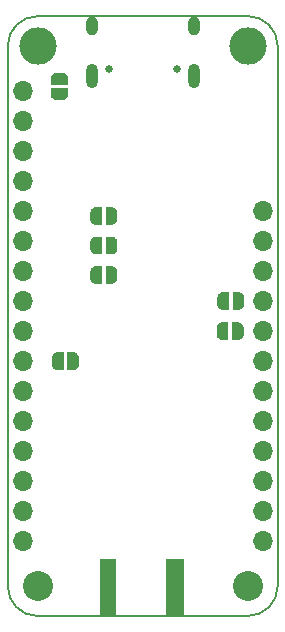
<source format=gbs>
G04 #@! TF.GenerationSoftware,KiCad,Pcbnew,(5.1.8)-1*
G04 #@! TF.CreationDate,2020-12-21T10:11:38+01:00*
G04 #@! TF.ProjectId,Penguino-STM32WL-LoRa-E5,50656e67-7569-46e6-9f2d-53544d333257,0.1*
G04 #@! TF.SameCoordinates,PX8198450PY59a5380*
G04 #@! TF.FileFunction,Soldermask,Bot*
G04 #@! TF.FilePolarity,Negative*
%FSLAX46Y46*%
G04 Gerber Fmt 4.6, Leading zero omitted, Abs format (unit mm)*
G04 Created by KiCad (PCBNEW (5.1.8)-1) date 2020-12-21 10:11:38*
%MOMM*%
%LPD*%
G01*
G04 APERTURE LIST*
G04 #@! TA.AperFunction,Profile*
%ADD10C,0.150000*%
G04 #@! TD*
%ADD11O,1.000000X2.100000*%
%ADD12C,0.650000*%
%ADD13O,1.000000X1.600000*%
%ADD14R,1.350000X4.700000*%
%ADD15R,1.500000X4.700000*%
%ADD16C,0.100000*%
%ADD17C,3.175000*%
%ADD18C,2.540000*%
%ADD19O,1.700000X1.700000*%
G04 APERTURE END LIST*
D10*
X-8890000Y-25380000D02*
G75*
G02*
X-11430000Y-22840000I0J2540000D01*
G01*
X11430000Y-22840000D02*
G75*
G02*
X8890000Y-25380000I-2540000J0D01*
G01*
X8890000Y25420000D02*
G75*
G02*
X11430000Y22880000I0J-2540000D01*
G01*
X-11430000Y22880000D02*
G75*
G02*
X-8890000Y25420000I2540000J0D01*
G01*
X-11430000Y-22840000D02*
X-11430000Y22880000D01*
X8890000Y-25380000D02*
X-8890000Y-25380000D01*
X11430000Y22880000D02*
X11430000Y-22840000D01*
X-8890000Y25420000D02*
X8890000Y25420000D01*
D11*
X-4310000Y20380000D03*
X4330000Y20380000D03*
D12*
X2900000Y20910000D03*
D13*
X4330000Y24560000D03*
D12*
X-2880000Y20910000D03*
D13*
X-4310000Y24560000D03*
D14*
X-2912500Y-22880000D03*
D15*
X2737500Y-22880000D03*
D16*
G36*
X-6300000Y19320000D02*
G01*
X-6300000Y18820000D01*
X-6300602Y18820000D01*
X-6300602Y18795466D01*
X-6305412Y18746635D01*
X-6314984Y18698510D01*
X-6329228Y18651555D01*
X-6348005Y18606222D01*
X-6371136Y18562949D01*
X-6398396Y18522150D01*
X-6429524Y18484221D01*
X-6464221Y18449524D01*
X-6502150Y18418396D01*
X-6542949Y18391136D01*
X-6586222Y18368005D01*
X-6631555Y18349228D01*
X-6678510Y18334984D01*
X-6726635Y18325412D01*
X-6775466Y18320602D01*
X-6800000Y18320602D01*
X-6800000Y18320000D01*
X-7300000Y18320000D01*
X-7300000Y18320602D01*
X-7324534Y18320602D01*
X-7373365Y18325412D01*
X-7421490Y18334984D01*
X-7468445Y18349228D01*
X-7513778Y18368005D01*
X-7557051Y18391136D01*
X-7597850Y18418396D01*
X-7635779Y18449524D01*
X-7670476Y18484221D01*
X-7701604Y18522150D01*
X-7728864Y18562949D01*
X-7751995Y18606222D01*
X-7770772Y18651555D01*
X-7785016Y18698510D01*
X-7794588Y18746635D01*
X-7799398Y18795466D01*
X-7799398Y18820000D01*
X-7800000Y18820000D01*
X-7800000Y19320000D01*
X-6300000Y19320000D01*
G37*
G36*
X-7799398Y20120000D02*
G01*
X-7799398Y20144534D01*
X-7794588Y20193365D01*
X-7785016Y20241490D01*
X-7770772Y20288445D01*
X-7751995Y20333778D01*
X-7728864Y20377051D01*
X-7701604Y20417850D01*
X-7670476Y20455779D01*
X-7635779Y20490476D01*
X-7597850Y20521604D01*
X-7557051Y20548864D01*
X-7513778Y20571995D01*
X-7468445Y20590772D01*
X-7421490Y20605016D01*
X-7373365Y20614588D01*
X-7324534Y20619398D01*
X-7300000Y20619398D01*
X-7300000Y20620000D01*
X-6800000Y20620000D01*
X-6800000Y20619398D01*
X-6775466Y20619398D01*
X-6726635Y20614588D01*
X-6678510Y20605016D01*
X-6631555Y20590772D01*
X-6586222Y20571995D01*
X-6542949Y20548864D01*
X-6502150Y20521604D01*
X-6464221Y20490476D01*
X-6429524Y20455779D01*
X-6398396Y20417850D01*
X-6371136Y20377051D01*
X-6348005Y20333778D01*
X-6329228Y20288445D01*
X-6314984Y20241490D01*
X-6305412Y20193365D01*
X-6300602Y20144534D01*
X-6300602Y20120000D01*
X-6300000Y20120000D01*
X-6300000Y19620000D01*
X-7800000Y19620000D01*
X-7800000Y20120000D01*
X-7799398Y20120000D01*
G37*
G36*
X-3940000Y5250602D02*
G01*
X-3964534Y5250602D01*
X-4013365Y5255412D01*
X-4061490Y5264984D01*
X-4108445Y5279228D01*
X-4153778Y5298005D01*
X-4197051Y5321136D01*
X-4237850Y5348396D01*
X-4275779Y5379524D01*
X-4310476Y5414221D01*
X-4341604Y5452150D01*
X-4368864Y5492949D01*
X-4391995Y5536222D01*
X-4410772Y5581555D01*
X-4425016Y5628510D01*
X-4434588Y5676635D01*
X-4439398Y5725466D01*
X-4439398Y5750000D01*
X-4440000Y5750000D01*
X-4440000Y6250000D01*
X-4439398Y6250000D01*
X-4439398Y6274534D01*
X-4434588Y6323365D01*
X-4425016Y6371490D01*
X-4410772Y6418445D01*
X-4391995Y6463778D01*
X-4368864Y6507051D01*
X-4341604Y6547850D01*
X-4310476Y6585779D01*
X-4275779Y6620476D01*
X-4237850Y6651604D01*
X-4197051Y6678864D01*
X-4153778Y6701995D01*
X-4108445Y6720772D01*
X-4061490Y6735016D01*
X-4013365Y6744588D01*
X-3964534Y6749398D01*
X-3940000Y6749398D01*
X-3940000Y6750000D01*
X-3440000Y6750000D01*
X-3440000Y5250000D01*
X-3940000Y5250000D01*
X-3940000Y5250602D01*
G37*
G36*
X-3140000Y6750000D02*
G01*
X-2640000Y6750000D01*
X-2640000Y6749398D01*
X-2615466Y6749398D01*
X-2566635Y6744588D01*
X-2518510Y6735016D01*
X-2471555Y6720772D01*
X-2426222Y6701995D01*
X-2382949Y6678864D01*
X-2342150Y6651604D01*
X-2304221Y6620476D01*
X-2269524Y6585779D01*
X-2238396Y6547850D01*
X-2211136Y6507051D01*
X-2188005Y6463778D01*
X-2169228Y6418445D01*
X-2154984Y6371490D01*
X-2145412Y6323365D01*
X-2140602Y6274534D01*
X-2140602Y6250000D01*
X-2140000Y6250000D01*
X-2140000Y5750000D01*
X-2140602Y5750000D01*
X-2140602Y5725466D01*
X-2145412Y5676635D01*
X-2154984Y5628510D01*
X-2169228Y5581555D01*
X-2188005Y5536222D01*
X-2211136Y5492949D01*
X-2238396Y5452150D01*
X-2269524Y5414221D01*
X-2304221Y5379524D01*
X-2342150Y5348396D01*
X-2382949Y5321136D01*
X-2426222Y5298005D01*
X-2471555Y5279228D01*
X-2518510Y5264984D01*
X-2566635Y5255412D01*
X-2615466Y5250602D01*
X-2640000Y5250602D01*
X-2640000Y5250000D01*
X-3140000Y5250000D01*
X-3140000Y6750000D01*
G37*
G36*
X-6690000Y-4550000D02*
G01*
X-7190000Y-4550000D01*
X-7190000Y-4549398D01*
X-7214534Y-4549398D01*
X-7263365Y-4544588D01*
X-7311490Y-4535016D01*
X-7358445Y-4520772D01*
X-7403778Y-4501995D01*
X-7447051Y-4478864D01*
X-7487850Y-4451604D01*
X-7525779Y-4420476D01*
X-7560476Y-4385779D01*
X-7591604Y-4347850D01*
X-7618864Y-4307051D01*
X-7641995Y-4263778D01*
X-7660772Y-4218445D01*
X-7675016Y-4171490D01*
X-7684588Y-4123365D01*
X-7689398Y-4074534D01*
X-7689398Y-4050000D01*
X-7690000Y-4050000D01*
X-7690000Y-3550000D01*
X-7689398Y-3550000D01*
X-7689398Y-3525466D01*
X-7684588Y-3476635D01*
X-7675016Y-3428510D01*
X-7660772Y-3381555D01*
X-7641995Y-3336222D01*
X-7618864Y-3292949D01*
X-7591604Y-3252150D01*
X-7560476Y-3214221D01*
X-7525779Y-3179524D01*
X-7487850Y-3148396D01*
X-7447051Y-3121136D01*
X-7403778Y-3098005D01*
X-7358445Y-3079228D01*
X-7311490Y-3064984D01*
X-7263365Y-3055412D01*
X-7214534Y-3050602D01*
X-7190000Y-3050602D01*
X-7190000Y-3050000D01*
X-6690000Y-3050000D01*
X-6690000Y-4550000D01*
G37*
G36*
X-5890000Y-3050602D02*
G01*
X-5865466Y-3050602D01*
X-5816635Y-3055412D01*
X-5768510Y-3064984D01*
X-5721555Y-3079228D01*
X-5676222Y-3098005D01*
X-5632949Y-3121136D01*
X-5592150Y-3148396D01*
X-5554221Y-3179524D01*
X-5519524Y-3214221D01*
X-5488396Y-3252150D01*
X-5461136Y-3292949D01*
X-5438005Y-3336222D01*
X-5419228Y-3381555D01*
X-5404984Y-3428510D01*
X-5395412Y-3476635D01*
X-5390602Y-3525466D01*
X-5390602Y-3550000D01*
X-5390000Y-3550000D01*
X-5390000Y-4050000D01*
X-5390602Y-4050000D01*
X-5390602Y-4074534D01*
X-5395412Y-4123365D01*
X-5404984Y-4171490D01*
X-5419228Y-4218445D01*
X-5438005Y-4263778D01*
X-5461136Y-4307051D01*
X-5488396Y-4347850D01*
X-5519524Y-4385779D01*
X-5554221Y-4420476D01*
X-5592150Y-4451604D01*
X-5632949Y-4478864D01*
X-5676222Y-4501995D01*
X-5721555Y-4520772D01*
X-5768510Y-4535016D01*
X-5816635Y-4544588D01*
X-5865466Y-4549398D01*
X-5890000Y-4549398D01*
X-5890000Y-4550000D01*
X-6390000Y-4550000D01*
X-6390000Y-3050000D01*
X-5890000Y-3050000D01*
X-5890000Y-3050602D01*
G37*
G36*
X-3940000Y2750602D02*
G01*
X-3964534Y2750602D01*
X-4013365Y2755412D01*
X-4061490Y2764984D01*
X-4108445Y2779228D01*
X-4153778Y2798005D01*
X-4197051Y2821136D01*
X-4237850Y2848396D01*
X-4275779Y2879524D01*
X-4310476Y2914221D01*
X-4341604Y2952150D01*
X-4368864Y2992949D01*
X-4391995Y3036222D01*
X-4410772Y3081555D01*
X-4425016Y3128510D01*
X-4434588Y3176635D01*
X-4439398Y3225466D01*
X-4439398Y3250000D01*
X-4440000Y3250000D01*
X-4440000Y3750000D01*
X-4439398Y3750000D01*
X-4439398Y3774534D01*
X-4434588Y3823365D01*
X-4425016Y3871490D01*
X-4410772Y3918445D01*
X-4391995Y3963778D01*
X-4368864Y4007051D01*
X-4341604Y4047850D01*
X-4310476Y4085779D01*
X-4275779Y4120476D01*
X-4237850Y4151604D01*
X-4197051Y4178864D01*
X-4153778Y4201995D01*
X-4108445Y4220772D01*
X-4061490Y4235016D01*
X-4013365Y4244588D01*
X-3964534Y4249398D01*
X-3940000Y4249398D01*
X-3940000Y4250000D01*
X-3440000Y4250000D01*
X-3440000Y2750000D01*
X-3940000Y2750000D01*
X-3940000Y2750602D01*
G37*
G36*
X-3140000Y4250000D02*
G01*
X-2640000Y4250000D01*
X-2640000Y4249398D01*
X-2615466Y4249398D01*
X-2566635Y4244588D01*
X-2518510Y4235016D01*
X-2471555Y4220772D01*
X-2426222Y4201995D01*
X-2382949Y4178864D01*
X-2342150Y4151604D01*
X-2304221Y4120476D01*
X-2269524Y4085779D01*
X-2238396Y4047850D01*
X-2211136Y4007051D01*
X-2188005Y3963778D01*
X-2169228Y3918445D01*
X-2154984Y3871490D01*
X-2145412Y3823365D01*
X-2140602Y3774534D01*
X-2140602Y3750000D01*
X-2140000Y3750000D01*
X-2140000Y3250000D01*
X-2140602Y3250000D01*
X-2140602Y3225466D01*
X-2145412Y3176635D01*
X-2154984Y3128510D01*
X-2169228Y3081555D01*
X-2188005Y3036222D01*
X-2211136Y2992949D01*
X-2238396Y2952150D01*
X-2269524Y2914221D01*
X-2304221Y2879524D01*
X-2342150Y2848396D01*
X-2382949Y2821136D01*
X-2426222Y2798005D01*
X-2471555Y2779228D01*
X-2518510Y2764984D01*
X-2566635Y2755412D01*
X-2615466Y2750602D01*
X-2640000Y2750602D01*
X-2640000Y2750000D01*
X-3140000Y2750000D01*
X-3140000Y4250000D01*
G37*
D17*
X-8890000Y22880000D03*
X8890000Y22880000D03*
D18*
X8890000Y-22840000D03*
X-8890000Y-22840000D03*
D19*
X-10160000Y19070000D03*
X-10160000Y16530000D03*
X-10160000Y13990000D03*
X-10160000Y11450000D03*
X-10160000Y8910000D03*
X-10160000Y6370000D03*
X-10160000Y3830000D03*
X-10160000Y1290000D03*
X-10160000Y-1250000D03*
X-10160000Y-3790000D03*
X-10160000Y-6330000D03*
X-10160000Y-8870000D03*
X-10160000Y-11410000D03*
X-10160000Y-13950000D03*
X-10160000Y-16490000D03*
X-10160000Y-19030000D03*
X10160000Y-19030000D03*
X10160000Y-16490000D03*
X10160000Y-13950000D03*
X10160000Y-11410000D03*
X10160000Y-8870000D03*
X10160000Y-6330000D03*
X10160000Y-3790000D03*
X10160000Y-1250000D03*
X10160000Y1290000D03*
X10160000Y3830000D03*
X10160000Y6370000D03*
X10160000Y8910000D03*
D16*
G36*
X-2639999Y9249398D02*
G01*
X-2615465Y9249398D01*
X-2566634Y9244588D01*
X-2518509Y9235016D01*
X-2471554Y9220772D01*
X-2426221Y9201995D01*
X-2382948Y9178864D01*
X-2342149Y9151604D01*
X-2304220Y9120476D01*
X-2269523Y9085779D01*
X-2238395Y9047850D01*
X-2211135Y9007051D01*
X-2188004Y8963778D01*
X-2169227Y8918445D01*
X-2154983Y8871490D01*
X-2145411Y8823365D01*
X-2140601Y8774534D01*
X-2140601Y8750000D01*
X-2139999Y8750000D01*
X-2139999Y8250000D01*
X-2140601Y8250000D01*
X-2140601Y8225466D01*
X-2145411Y8176635D01*
X-2154983Y8128510D01*
X-2169227Y8081555D01*
X-2188004Y8036222D01*
X-2211135Y7992949D01*
X-2238395Y7952150D01*
X-2269523Y7914221D01*
X-2304220Y7879524D01*
X-2342149Y7848396D01*
X-2382948Y7821136D01*
X-2426221Y7798005D01*
X-2471554Y7779228D01*
X-2518509Y7764984D01*
X-2566634Y7755412D01*
X-2615465Y7750602D01*
X-2639999Y7750602D01*
X-2639999Y7750000D01*
X-3139999Y7750000D01*
X-3139999Y9250000D01*
X-2639999Y9250000D01*
X-2639999Y9249398D01*
G37*
G36*
X-3439999Y7750000D02*
G01*
X-3939999Y7750000D01*
X-3939999Y7750602D01*
X-3964533Y7750602D01*
X-4013364Y7755412D01*
X-4061489Y7764984D01*
X-4108444Y7779228D01*
X-4153777Y7798005D01*
X-4197050Y7821136D01*
X-4237849Y7848396D01*
X-4275778Y7879524D01*
X-4310475Y7914221D01*
X-4341603Y7952150D01*
X-4368863Y7992949D01*
X-4391994Y8036222D01*
X-4410771Y8081555D01*
X-4425015Y8128510D01*
X-4434587Y8176635D01*
X-4439397Y8225466D01*
X-4439397Y8250000D01*
X-4439999Y8250000D01*
X-4439999Y8750000D01*
X-4439397Y8750000D01*
X-4439397Y8774534D01*
X-4434587Y8823365D01*
X-4425015Y8871490D01*
X-4410771Y8918445D01*
X-4391994Y8963778D01*
X-4368863Y9007051D01*
X-4341603Y9047850D01*
X-4310475Y9085779D01*
X-4275778Y9120476D01*
X-4237849Y9151604D01*
X-4197050Y9178864D01*
X-4153777Y9201995D01*
X-4108444Y9220772D01*
X-4061489Y9235016D01*
X-4013364Y9244588D01*
X-3964533Y9249398D01*
X-3939999Y9249398D01*
X-3939999Y9250000D01*
X-3439999Y9250000D01*
X-3439999Y7750000D01*
G37*
G36*
X6760000Y-1999398D02*
G01*
X6735466Y-1999398D01*
X6686635Y-1994588D01*
X6638510Y-1985016D01*
X6591555Y-1970772D01*
X6546222Y-1951995D01*
X6502949Y-1928864D01*
X6462150Y-1901604D01*
X6424221Y-1870476D01*
X6389524Y-1835779D01*
X6358396Y-1797850D01*
X6331136Y-1757051D01*
X6308005Y-1713778D01*
X6289228Y-1668445D01*
X6274984Y-1621490D01*
X6265412Y-1573365D01*
X6260602Y-1524534D01*
X6260602Y-1500000D01*
X6260000Y-1500000D01*
X6260000Y-1000000D01*
X6260602Y-1000000D01*
X6260602Y-975466D01*
X6265412Y-926635D01*
X6274984Y-878510D01*
X6289228Y-831555D01*
X6308005Y-786222D01*
X6331136Y-742949D01*
X6358396Y-702150D01*
X6389524Y-664221D01*
X6424221Y-629524D01*
X6462150Y-598396D01*
X6502949Y-571136D01*
X6546222Y-548005D01*
X6591555Y-529228D01*
X6638510Y-514984D01*
X6686635Y-505412D01*
X6735466Y-500602D01*
X6760000Y-500602D01*
X6760000Y-500000D01*
X7260000Y-500000D01*
X7260000Y-2000000D01*
X6760000Y-2000000D01*
X6760000Y-1999398D01*
G37*
G36*
X7560000Y-500000D02*
G01*
X8060000Y-500000D01*
X8060000Y-500602D01*
X8084534Y-500602D01*
X8133365Y-505412D01*
X8181490Y-514984D01*
X8228445Y-529228D01*
X8273778Y-548005D01*
X8317051Y-571136D01*
X8357850Y-598396D01*
X8395779Y-629524D01*
X8430476Y-664221D01*
X8461604Y-702150D01*
X8488864Y-742949D01*
X8511995Y-786222D01*
X8530772Y-831555D01*
X8545016Y-878510D01*
X8554588Y-926635D01*
X8559398Y-975466D01*
X8559398Y-1000000D01*
X8560000Y-1000000D01*
X8560000Y-1500000D01*
X8559398Y-1500000D01*
X8559398Y-1524534D01*
X8554588Y-1573365D01*
X8545016Y-1621490D01*
X8530772Y-1668445D01*
X8511995Y-1713778D01*
X8488864Y-1757051D01*
X8461604Y-1797850D01*
X8430476Y-1835779D01*
X8395779Y-1870476D01*
X8357850Y-1901604D01*
X8317051Y-1928864D01*
X8273778Y-1951995D01*
X8228445Y-1970772D01*
X8181490Y-1985016D01*
X8133365Y-1994588D01*
X8084534Y-1999398D01*
X8060000Y-1999398D01*
X8060000Y-2000000D01*
X7560000Y-2000000D01*
X7560000Y-500000D01*
G37*
G36*
X7610000Y2050000D02*
G01*
X8110000Y2050000D01*
X8110000Y2049398D01*
X8134534Y2049398D01*
X8183365Y2044588D01*
X8231490Y2035016D01*
X8278445Y2020772D01*
X8323778Y2001995D01*
X8367051Y1978864D01*
X8407850Y1951604D01*
X8445779Y1920476D01*
X8480476Y1885779D01*
X8511604Y1847850D01*
X8538864Y1807051D01*
X8561995Y1763778D01*
X8580772Y1718445D01*
X8595016Y1671490D01*
X8604588Y1623365D01*
X8609398Y1574534D01*
X8609398Y1550000D01*
X8610000Y1550000D01*
X8610000Y1050000D01*
X8609398Y1050000D01*
X8609398Y1025466D01*
X8604588Y976635D01*
X8595016Y928510D01*
X8580772Y881555D01*
X8561995Y836222D01*
X8538864Y792949D01*
X8511604Y752150D01*
X8480476Y714221D01*
X8445779Y679524D01*
X8407850Y648396D01*
X8367051Y621136D01*
X8323778Y598005D01*
X8278445Y579228D01*
X8231490Y564984D01*
X8183365Y555412D01*
X8134534Y550602D01*
X8110000Y550602D01*
X8110000Y550000D01*
X7610000Y550000D01*
X7610000Y2050000D01*
G37*
G36*
X6810000Y550602D02*
G01*
X6785466Y550602D01*
X6736635Y555412D01*
X6688510Y564984D01*
X6641555Y579228D01*
X6596222Y598005D01*
X6552949Y621136D01*
X6512150Y648396D01*
X6474221Y679524D01*
X6439524Y714221D01*
X6408396Y752150D01*
X6381136Y792949D01*
X6358005Y836222D01*
X6339228Y881555D01*
X6324984Y928510D01*
X6315412Y976635D01*
X6310602Y1025466D01*
X6310602Y1050000D01*
X6310000Y1050000D01*
X6310000Y1550000D01*
X6310602Y1550000D01*
X6310602Y1574534D01*
X6315412Y1623365D01*
X6324984Y1671490D01*
X6339228Y1718445D01*
X6358005Y1763778D01*
X6381136Y1807051D01*
X6408396Y1847850D01*
X6439524Y1885779D01*
X6474221Y1920476D01*
X6512150Y1951604D01*
X6552949Y1978864D01*
X6596222Y2001995D01*
X6641555Y2020772D01*
X6688510Y2035016D01*
X6736635Y2044588D01*
X6785466Y2049398D01*
X6810000Y2049398D01*
X6810000Y2050000D01*
X7310000Y2050000D01*
X7310000Y550000D01*
X6810000Y550000D01*
X6810000Y550602D01*
G37*
M02*

</source>
